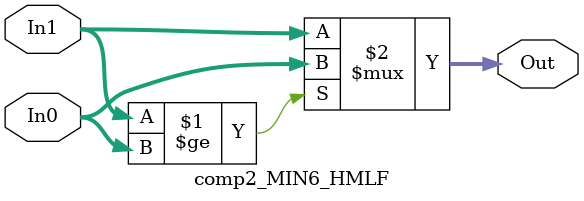
<source format=v>

module comp2_MIN6_HMLF(In1,In0,Out);

//---------------------------
// In0: input binary code;
// In1: input binary code;
// Out: is the min value;
//---------------------------

input signed  [5:0] In0,In1; // Input data
output signed [5:0] Out;    // Ouput data

assign Out=(In1>=In0) ? In0:In1;

endmodule
</source>
